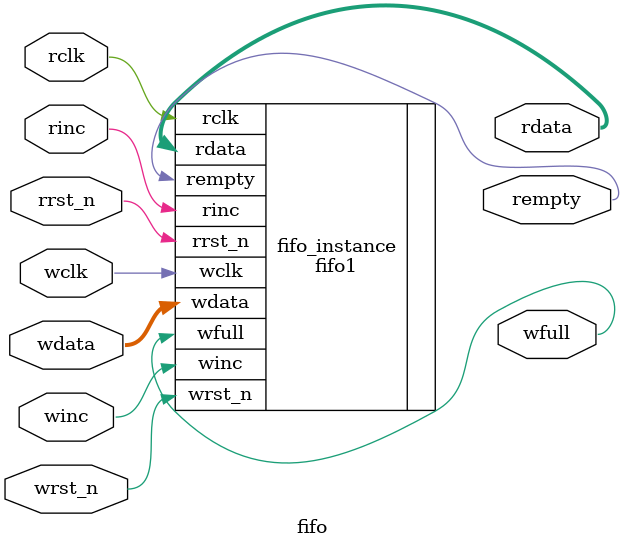
<source format=v>
module fifo (
    output [31:0] rdata,
    output wfull,
    output rempty,
    input [31:0] wdata,
    input winc, wclk, wrst_n,
    input rinc, rclk, rrst_n
);

    fifo1 #(
        .DSIZE(32),
        .ASIZE(5)
    ) fifo_instance (
        .rdata(rdata),
        .wfull(wfull),
        .rempty(rempty),
        .wdata(wdata),
        .winc(winc),
        .wclk(wclk),
        .wrst_n(wrst_n),
        .rinc(rinc),
        .rclk(rclk),
        .rrst_n(rrst_n)
    );
endmodule

</source>
